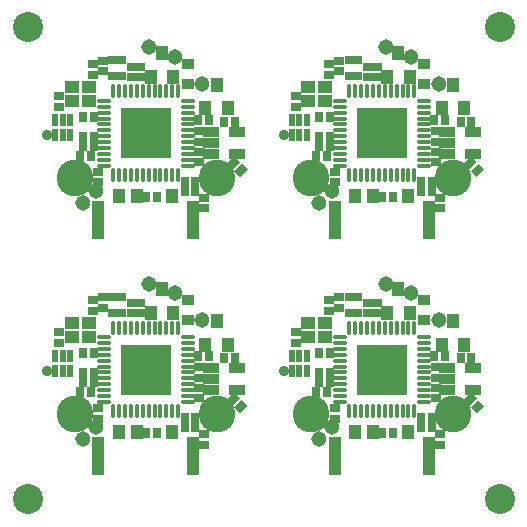
<source format=gts>
G04 #@! TF.FileFunction,Soldermask,Top*
%FSLAX46Y46*%
G04 Gerber Fmt 4.6, Leading zero omitted, Abs format (unit mm)*
G04 Created by KiCad (PCBNEW 4.0.7+dfsg1-1) date Fri Jun  1 01:11:19 2018*
%MOMM*%
%LPD*%
G01*
G04 APERTURE LIST*
%ADD10C,0.100000*%
%ADD11C,2.540000*%
%ADD12R,0.704800X0.904800*%
%ADD13R,0.904800X0.704800*%
%ADD14C,1.304800*%
%ADD15R,0.604800X1.004800*%
%ADD16R,0.604800X0.754800*%
%ADD17R,1.104800X1.204800*%
%ADD18R,1.364800X0.954800*%
%ADD19C,3.104800*%
%ADD20R,1.104800X0.904800*%
%ADD21R,1.150000X1.050000*%
%ADD22R,1.104800X1.304800*%
%ADD23R,1.104800X3.304800*%
%ADD24C,0.904800*%
%ADD25R,4.240000X4.240000*%
%ADD26O,1.140000X0.420000*%
%ADD27O,0.420000X1.140000*%
G04 APERTURE END LIST*
D10*
D11*
X-10000000Y-30000000D03*
D12*
X-4410000Y-20090000D03*
X-5310000Y-20090000D03*
X6662000Y-18013000D03*
X7562000Y-18013000D03*
D13*
X4950000Y-25350000D03*
X4950000Y-24450000D03*
D12*
X3305000Y-23886000D03*
X4205000Y-23886000D03*
X4205000Y-23101000D03*
X3305000Y-23101000D03*
D10*
G36*
X6877722Y-21561513D02*
X7517513Y-20921722D01*
X8015882Y-21420091D01*
X7376091Y-22059882D01*
X6877722Y-21561513D01*
X6877722Y-21561513D01*
G37*
G36*
X7514118Y-22197909D02*
X8153909Y-21558118D01*
X8652278Y-22056487D01*
X8012487Y-22696278D01*
X7514118Y-22197909D01*
X7514118Y-22197909D01*
G37*
D12*
X35000Y-24384000D03*
X935000Y-24384000D03*
X4450000Y-17850000D03*
X5350000Y-17850000D03*
D13*
X4550000Y-18800000D03*
X4550000Y-19700000D03*
X4550000Y-21450000D03*
X4550000Y-20550000D03*
D12*
X-5550000Y-20890000D03*
X-4650000Y-20890000D03*
X-5310000Y-19320000D03*
X-4410000Y-19320000D03*
X-5300000Y-17600000D03*
X-4400000Y-17600000D03*
D13*
X-7300000Y-16750000D03*
X-7300000Y-15850000D03*
X-4500000Y-14050000D03*
X-4500000Y-13150000D03*
X-1200000Y-14250000D03*
X-1200000Y-13350000D03*
X-3600000Y-12850000D03*
X-3600000Y-13750000D03*
D14*
X2500000Y-12500000D03*
X4800000Y-14800000D03*
X-5300000Y-24900000D03*
X-4200000Y-23900000D03*
X321000Y-11735000D03*
D15*
X-7650000Y-19120000D03*
X-7010000Y-19120000D03*
X-6370000Y-19120000D03*
X-6370000Y-17870000D03*
X-7010000Y-17870000D03*
X-7650000Y-17870000D03*
D16*
X-2900000Y-12825000D03*
X-2400000Y-12825000D03*
X-1900000Y-12825000D03*
X-1900000Y-14175000D03*
X-2400000Y-14175000D03*
X-2900000Y-14175000D03*
D17*
X5050000Y-16900000D03*
X6950000Y-16900000D03*
X6000000Y-14900000D03*
D18*
X5550000Y-18850000D03*
X5550000Y-19800000D03*
X5550000Y-20750000D03*
X7750000Y-20750000D03*
X7750000Y-18850000D03*
D19*
X6000000Y-22800000D03*
D20*
X3600000Y-13150000D03*
X3600000Y-14850000D03*
D17*
X450000Y-14200000D03*
X2350000Y-14200000D03*
X1400000Y-12200000D03*
D19*
X-6000000Y-22800000D03*
D21*
X-4800000Y-15100000D03*
X-6250000Y-15100000D03*
X-6250000Y-16250000D03*
X-4800000Y-16250000D03*
D22*
X2250000Y-24300000D03*
X-750000Y-24300000D03*
X-2250000Y-24300000D03*
D23*
X4000000Y-26300000D03*
X-4000000Y-26300000D03*
D13*
X-450000Y-14250000D03*
X-450000Y-13350000D03*
D24*
X-8330000Y-19120000D03*
D13*
X-3997000Y-23159000D03*
X-3997000Y-22259000D03*
D25*
X0Y-19000000D03*
D26*
X3550000Y-19750000D03*
X3550000Y-19250000D03*
X3550000Y-18750000D03*
X3550000Y-18250000D03*
X3550000Y-20750000D03*
X3550000Y-21750000D03*
X3550000Y-21250000D03*
X3550000Y-20250000D03*
X3550000Y-17750000D03*
X3550000Y-16750000D03*
X3550000Y-17250000D03*
X3550000Y-16250000D03*
D27*
X750000Y-15450000D03*
X-250000Y-15450000D03*
X-1250000Y-15450000D03*
X-750000Y-15450000D03*
X250000Y-15450000D03*
X-2750000Y-15450000D03*
X-2250000Y-15450000D03*
X-1750000Y-15450000D03*
X1750000Y-15450000D03*
X1250000Y-15450000D03*
X2250000Y-15450000D03*
X2750000Y-15450000D03*
D26*
X-3550000Y-21750000D03*
X-3550000Y-20750000D03*
X-3550000Y-21250000D03*
X-3550000Y-17250000D03*
X-3550000Y-20250000D03*
X-3550000Y-19750000D03*
X-3550000Y-19250000D03*
X-3550000Y-16750000D03*
X-3550000Y-16250000D03*
X-3550000Y-17750000D03*
X-3550000Y-18750000D03*
X-3550000Y-18250000D03*
D27*
X-250000Y-22550000D03*
X750000Y-22550000D03*
X250000Y-22550000D03*
X-2250000Y-22550000D03*
X-2750000Y-22550000D03*
X-1250000Y-22550000D03*
X-1750000Y-22550000D03*
X-750000Y-22550000D03*
X1250000Y-22550000D03*
X2750000Y-22550000D03*
X1750000Y-22550000D03*
X2250000Y-22550000D03*
D25*
X20000000Y-19000000D03*
D26*
X23550000Y-19750000D03*
X23550000Y-19250000D03*
X23550000Y-18750000D03*
X23550000Y-18250000D03*
X23550000Y-20750000D03*
X23550000Y-21750000D03*
X23550000Y-21250000D03*
X23550000Y-20250000D03*
X23550000Y-17750000D03*
X23550000Y-16750000D03*
X23550000Y-17250000D03*
X23550000Y-16250000D03*
D27*
X20750000Y-15450000D03*
X19750000Y-15450000D03*
X18750000Y-15450000D03*
X19250000Y-15450000D03*
X20250000Y-15450000D03*
X17250000Y-15450000D03*
X17750000Y-15450000D03*
X18250000Y-15450000D03*
X21750000Y-15450000D03*
X21250000Y-15450000D03*
X22250000Y-15450000D03*
X22750000Y-15450000D03*
D26*
X16450000Y-21750000D03*
X16450000Y-20750000D03*
X16450000Y-21250000D03*
X16450000Y-17250000D03*
X16450000Y-20250000D03*
X16450000Y-19750000D03*
X16450000Y-19250000D03*
X16450000Y-16750000D03*
X16450000Y-16250000D03*
X16450000Y-17750000D03*
X16450000Y-18750000D03*
X16450000Y-18250000D03*
D27*
X19750000Y-22550000D03*
X20750000Y-22550000D03*
X20250000Y-22550000D03*
X17750000Y-22550000D03*
X17250000Y-22550000D03*
X18750000Y-22550000D03*
X18250000Y-22550000D03*
X19250000Y-22550000D03*
X21250000Y-22550000D03*
X22750000Y-22550000D03*
X21750000Y-22550000D03*
X22250000Y-22550000D03*
D13*
X16003000Y-23159000D03*
X16003000Y-22259000D03*
D24*
X11670000Y-19120000D03*
D13*
X19550000Y-14250000D03*
X19550000Y-13350000D03*
D22*
X22250000Y-24300000D03*
X19250000Y-24300000D03*
X17750000Y-24300000D03*
D23*
X24000000Y-26300000D03*
X16000000Y-26300000D03*
D21*
X15200000Y-15100000D03*
X13750000Y-15100000D03*
X13750000Y-16250000D03*
X15200000Y-16250000D03*
D19*
X14000000Y-22800000D03*
D17*
X20450000Y-14200000D03*
X22350000Y-14200000D03*
X21400000Y-12200000D03*
D20*
X23600000Y-13150000D03*
X23600000Y-14850000D03*
D19*
X26000000Y-22800000D03*
D18*
X25550000Y-18850000D03*
X25550000Y-19800000D03*
X25550000Y-20750000D03*
X27750000Y-20750000D03*
X27750000Y-18850000D03*
D17*
X25050000Y-16900000D03*
X26950000Y-16900000D03*
X26000000Y-14900000D03*
D16*
X17100000Y-12825000D03*
X17600000Y-12825000D03*
X18100000Y-12825000D03*
X18100000Y-14175000D03*
X17600000Y-14175000D03*
X17100000Y-14175000D03*
D15*
X12350000Y-19120000D03*
X12990000Y-19120000D03*
X13630000Y-19120000D03*
X13630000Y-17870000D03*
X12990000Y-17870000D03*
X12350000Y-17870000D03*
D14*
X20321000Y-11735000D03*
X15800000Y-23900000D03*
X14700000Y-24900000D03*
X24800000Y-14800000D03*
X22500000Y-12500000D03*
D13*
X16400000Y-12850000D03*
X16400000Y-13750000D03*
X18800000Y-14250000D03*
X18800000Y-13350000D03*
X15500000Y-14050000D03*
X15500000Y-13150000D03*
X12700000Y-16750000D03*
X12700000Y-15850000D03*
D12*
X14700000Y-17600000D03*
X15600000Y-17600000D03*
X14690000Y-19320000D03*
X15590000Y-19320000D03*
X14450000Y-20890000D03*
X15350000Y-20890000D03*
D13*
X24550000Y-21450000D03*
X24550000Y-20550000D03*
X24550000Y-18800000D03*
X24550000Y-19700000D03*
D12*
X24450000Y-17850000D03*
X25350000Y-17850000D03*
X20035000Y-24384000D03*
X20935000Y-24384000D03*
D10*
G36*
X26877722Y-21561513D02*
X27517513Y-20921722D01*
X28015882Y-21420091D01*
X27376091Y-22059882D01*
X26877722Y-21561513D01*
X26877722Y-21561513D01*
G37*
G36*
X27514118Y-22197909D02*
X28153909Y-21558118D01*
X28652278Y-22056487D01*
X28012487Y-22696278D01*
X27514118Y-22197909D01*
X27514118Y-22197909D01*
G37*
D12*
X24205000Y-23101000D03*
X23305000Y-23101000D03*
X23305000Y-23886000D03*
X24205000Y-23886000D03*
D13*
X24950000Y-25350000D03*
X24950000Y-24450000D03*
D12*
X26662000Y-18013000D03*
X27562000Y-18013000D03*
X15590000Y-20090000D03*
X14690000Y-20090000D03*
X15590000Y-90000D03*
X14690000Y-90000D03*
X26662000Y1987000D03*
X27562000Y1987000D03*
D13*
X24950000Y-5350000D03*
X24950000Y-4450000D03*
D12*
X23305000Y-3886000D03*
X24205000Y-3886000D03*
X24205000Y-3101000D03*
X23305000Y-3101000D03*
D10*
G36*
X26877722Y-1561513D02*
X27517513Y-921722D01*
X28015882Y-1420091D01*
X27376091Y-2059882D01*
X26877722Y-1561513D01*
X26877722Y-1561513D01*
G37*
G36*
X27514118Y-2197909D02*
X28153909Y-1558118D01*
X28652278Y-2056487D01*
X28012487Y-2696278D01*
X27514118Y-2197909D01*
X27514118Y-2197909D01*
G37*
D12*
X20035000Y-4384000D03*
X20935000Y-4384000D03*
X24450000Y2150000D03*
X25350000Y2150000D03*
D13*
X24550000Y1200000D03*
X24550000Y300000D03*
X24550000Y-1450000D03*
X24550000Y-550000D03*
D12*
X14450000Y-890000D03*
X15350000Y-890000D03*
X14690000Y680000D03*
X15590000Y680000D03*
X14700000Y2400000D03*
X15600000Y2400000D03*
D13*
X12700000Y3250000D03*
X12700000Y4150000D03*
X15500000Y5950000D03*
X15500000Y6850000D03*
X18800000Y5750000D03*
X18800000Y6650000D03*
X16400000Y7150000D03*
X16400000Y6250000D03*
D14*
X22500000Y7500000D03*
X24800000Y5200000D03*
X14700000Y-4900000D03*
X15800000Y-3900000D03*
X20321000Y8265000D03*
D15*
X12350000Y880000D03*
X12990000Y880000D03*
X13630000Y880000D03*
X13630000Y2130000D03*
X12990000Y2130000D03*
X12350000Y2130000D03*
D16*
X17100000Y7175000D03*
X17600000Y7175000D03*
X18100000Y7175000D03*
X18100000Y5825000D03*
X17600000Y5825000D03*
X17100000Y5825000D03*
D17*
X25050000Y3100000D03*
X26950000Y3100000D03*
X26000000Y5100000D03*
D18*
X25550000Y1150000D03*
X25550000Y200000D03*
X25550000Y-750000D03*
X27750000Y-750000D03*
X27750000Y1150000D03*
D19*
X26000000Y-2800000D03*
D20*
X23600000Y6850000D03*
X23600000Y5150000D03*
D17*
X20450000Y5800000D03*
X22350000Y5800000D03*
X21400000Y7800000D03*
D19*
X14000000Y-2800000D03*
D21*
X15200000Y4900000D03*
X13750000Y4900000D03*
X13750000Y3750000D03*
X15200000Y3750000D03*
D22*
X22250000Y-4300000D03*
X19250000Y-4300000D03*
X17750000Y-4300000D03*
D23*
X24000000Y-6300000D03*
X16000000Y-6300000D03*
D13*
X19550000Y5750000D03*
X19550000Y6650000D03*
D24*
X11670000Y880000D03*
D13*
X16003000Y-3159000D03*
X16003000Y-2259000D03*
D25*
X20000000Y1000000D03*
D26*
X23550000Y250000D03*
X23550000Y750000D03*
X23550000Y1250000D03*
X23550000Y1750000D03*
X23550000Y-750000D03*
X23550000Y-1750000D03*
X23550000Y-1250000D03*
X23550000Y-250000D03*
X23550000Y2250000D03*
X23550000Y3250000D03*
X23550000Y2750000D03*
X23550000Y3750000D03*
D27*
X20750000Y4550000D03*
X19750000Y4550000D03*
X18750000Y4550000D03*
X19250000Y4550000D03*
X20250000Y4550000D03*
X17250000Y4550000D03*
X17750000Y4550000D03*
X18250000Y4550000D03*
X21750000Y4550000D03*
X21250000Y4550000D03*
X22250000Y4550000D03*
X22750000Y4550000D03*
D26*
X16450000Y-1750000D03*
X16450000Y-750000D03*
X16450000Y-1250000D03*
X16450000Y2750000D03*
X16450000Y-250000D03*
X16450000Y250000D03*
X16450000Y750000D03*
X16450000Y3250000D03*
X16450000Y3750000D03*
X16450000Y2250000D03*
X16450000Y1250000D03*
X16450000Y1750000D03*
D27*
X19750000Y-2550000D03*
X20750000Y-2550000D03*
X20250000Y-2550000D03*
X17750000Y-2550000D03*
X17250000Y-2550000D03*
X18750000Y-2550000D03*
X18250000Y-2550000D03*
X19250000Y-2550000D03*
X21250000Y-2550000D03*
X22750000Y-2550000D03*
X21750000Y-2550000D03*
X22250000Y-2550000D03*
D11*
X30000000Y-30000000D03*
X30000000Y10000000D03*
D25*
X0Y1000000D03*
D26*
X3550000Y250000D03*
X3550000Y750000D03*
X3550000Y1250000D03*
X3550000Y1750000D03*
X3550000Y-750000D03*
X3550000Y-1750000D03*
X3550000Y-1250000D03*
X3550000Y-250000D03*
X3550000Y2250000D03*
X3550000Y3250000D03*
X3550000Y2750000D03*
X3550000Y3750000D03*
D27*
X750000Y4550000D03*
X-250000Y4550000D03*
X-1250000Y4550000D03*
X-750000Y4550000D03*
X250000Y4550000D03*
X-2750000Y4550000D03*
X-2250000Y4550000D03*
X-1750000Y4550000D03*
X1750000Y4550000D03*
X1250000Y4550000D03*
X2250000Y4550000D03*
X2750000Y4550000D03*
D26*
X-3550000Y-1750000D03*
X-3550000Y-750000D03*
X-3550000Y-1250000D03*
X-3550000Y2750000D03*
X-3550000Y-250000D03*
X-3550000Y250000D03*
X-3550000Y750000D03*
X-3550000Y3250000D03*
X-3550000Y3750000D03*
X-3550000Y2250000D03*
X-3550000Y1250000D03*
X-3550000Y1750000D03*
D27*
X-250000Y-2550000D03*
X750000Y-2550000D03*
X250000Y-2550000D03*
X-2250000Y-2550000D03*
X-2750000Y-2550000D03*
X-1250000Y-2550000D03*
X-1750000Y-2550000D03*
X-750000Y-2550000D03*
X1250000Y-2550000D03*
X2750000Y-2550000D03*
X1750000Y-2550000D03*
X2250000Y-2550000D03*
D13*
X-3997000Y-3159000D03*
X-3997000Y-2259000D03*
D24*
X-8330000Y880000D03*
D13*
X-450000Y5750000D03*
X-450000Y6650000D03*
D22*
X2250000Y-4300000D03*
X-750000Y-4300000D03*
X-2250000Y-4300000D03*
D23*
X4000000Y-6300000D03*
X-4000000Y-6300000D03*
D21*
X-4800000Y4900000D03*
X-6250000Y4900000D03*
X-6250000Y3750000D03*
X-4800000Y3750000D03*
D19*
X-6000000Y-2800000D03*
D17*
X450000Y5800000D03*
X2350000Y5800000D03*
X1400000Y7800000D03*
D20*
X3600000Y6850000D03*
X3600000Y5150000D03*
D19*
X6000000Y-2800000D03*
D18*
X5550000Y1150000D03*
X5550000Y200000D03*
X5550000Y-750000D03*
X7750000Y-750000D03*
X7750000Y1150000D03*
D17*
X5050000Y3100000D03*
X6950000Y3100000D03*
X6000000Y5100000D03*
D16*
X-2900000Y7175000D03*
X-2400000Y7175000D03*
X-1900000Y7175000D03*
X-1900000Y5825000D03*
X-2400000Y5825000D03*
X-2900000Y5825000D03*
D15*
X-7650000Y880000D03*
X-7010000Y880000D03*
X-6370000Y880000D03*
X-6370000Y2130000D03*
X-7010000Y2130000D03*
X-7650000Y2130000D03*
D14*
X321000Y8265000D03*
X-4200000Y-3900000D03*
X-5300000Y-4900000D03*
X4800000Y5200000D03*
X2500000Y7500000D03*
D13*
X-3600000Y7150000D03*
X-3600000Y6250000D03*
X-1200000Y5750000D03*
X-1200000Y6650000D03*
X-4500000Y5950000D03*
X-4500000Y6850000D03*
X-7300000Y3250000D03*
X-7300000Y4150000D03*
D12*
X-5300000Y2400000D03*
X-4400000Y2400000D03*
X-5310000Y680000D03*
X-4410000Y680000D03*
X-5550000Y-890000D03*
X-4650000Y-890000D03*
D13*
X4550000Y-1450000D03*
X4550000Y-550000D03*
X4550000Y1200000D03*
X4550000Y300000D03*
D12*
X4450000Y2150000D03*
X5350000Y2150000D03*
X35000Y-4384000D03*
X935000Y-4384000D03*
D10*
G36*
X6877722Y-1561513D02*
X7517513Y-921722D01*
X8015882Y-1420091D01*
X7376091Y-2059882D01*
X6877722Y-1561513D01*
X6877722Y-1561513D01*
G37*
G36*
X7514118Y-2197909D02*
X8153909Y-1558118D01*
X8652278Y-2056487D01*
X8012487Y-2696278D01*
X7514118Y-2197909D01*
X7514118Y-2197909D01*
G37*
D12*
X4205000Y-3101000D03*
X3305000Y-3101000D03*
X3305000Y-3886000D03*
X4205000Y-3886000D03*
D13*
X4950000Y-5350000D03*
X4950000Y-4450000D03*
D12*
X6662000Y1987000D03*
X7562000Y1987000D03*
X-4410000Y-90000D03*
X-5310000Y-90000D03*
D11*
X-10000000Y10000000D03*
M02*

</source>
